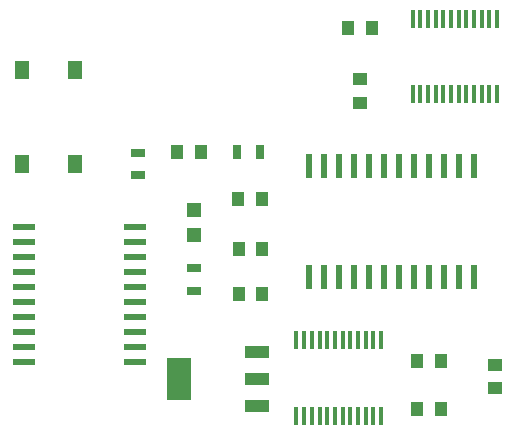
<source format=gtp>
G04 #@! TF.FileFunction,Paste,Top*
%FSLAX46Y46*%
G04 Gerber Fmt 4.6, Leading zero omitted, Abs format (unit mm)*
G04 Created by KiCad (PCBNEW 4.0.1-stable) date Wednesday, August 10, 2016 'PMt' 11:47:18 PM*
%MOMM*%
G01*
G04 APERTURE LIST*
%ADD10C,0.100000*%
%ADD11R,1.950000X0.600000*%
%ADD12R,1.000000X1.250000*%
%ADD13R,1.198880X1.198880*%
%ADD14R,1.300000X0.700000*%
%ADD15R,0.700000X1.300000*%
%ADD16R,2.032000X3.657600*%
%ADD17R,2.032000X1.016000*%
%ADD18R,1.300000X1.550000*%
%ADD19R,0.600000X2.000000*%
%ADD20R,0.400000X1.500000*%
%ADD21R,1.250000X1.000000*%
G04 APERTURE END LIST*
D10*
D11*
X131536458Y-130380810D03*
X131536458Y-131650810D03*
X131536458Y-132920810D03*
X131536458Y-134190810D03*
X131536458Y-135460810D03*
X131536458Y-136730810D03*
X131536458Y-138000810D03*
X131536458Y-139270810D03*
X131536458Y-140540810D03*
X131536458Y-141810810D03*
X140936458Y-141810810D03*
X140936458Y-140540810D03*
X140936458Y-139270810D03*
X140936458Y-138000810D03*
X140936458Y-136730810D03*
X140936458Y-135460810D03*
X140936458Y-134190810D03*
X140936458Y-132920810D03*
X140936458Y-131650810D03*
X140936458Y-130380810D03*
D12*
X146526458Y-124025810D03*
X144526458Y-124025810D03*
X151676458Y-128025810D03*
X149676458Y-128025810D03*
X151716458Y-132225810D03*
X149716458Y-132225810D03*
X149716458Y-136065810D03*
X151716458Y-136065810D03*
D13*
X145966458Y-131023850D03*
X145966458Y-128925810D03*
D14*
X145966458Y-133875810D03*
X145966458Y-135775810D03*
D15*
X151526458Y-124025810D03*
X149626458Y-124025810D03*
D14*
X141200458Y-124093810D03*
X141200458Y-125993810D03*
D16*
X144672458Y-143265810D03*
D17*
X151276458Y-143265810D03*
X151276458Y-140979810D03*
X151276458Y-145551810D03*
D18*
X131366458Y-117093810D03*
X135866458Y-117093810D03*
X135866458Y-125043810D03*
X131366458Y-125043810D03*
D19*
X169672000Y-134620000D03*
X168402000Y-134620000D03*
X167132000Y-134620000D03*
X165862000Y-134620000D03*
X164592000Y-134620000D03*
X163322000Y-134620000D03*
X162052000Y-134620000D03*
X160782000Y-134620000D03*
X159512000Y-134620000D03*
X158242000Y-134620000D03*
X156972000Y-134620000D03*
X155702000Y-134620000D03*
X169672000Y-125220000D03*
X168402000Y-125220000D03*
X167132000Y-125220000D03*
X165862000Y-125220000D03*
X164592000Y-125220000D03*
X163322000Y-125220000D03*
X162052000Y-125220000D03*
X160782000Y-125220000D03*
X159512000Y-125220000D03*
X158242000Y-125220000D03*
X156972000Y-125220000D03*
X155702000Y-125220000D03*
D20*
X161776000Y-146354000D03*
X161126000Y-146354000D03*
X160476000Y-146354000D03*
X159826000Y-146354000D03*
X159176000Y-146354000D03*
X158526000Y-146354000D03*
X157876000Y-146354000D03*
X157226000Y-146354000D03*
X156576000Y-146354000D03*
X155926000Y-146354000D03*
X155276000Y-146354000D03*
X154626000Y-146354000D03*
X161776000Y-139954000D03*
X161126000Y-139954000D03*
X160476000Y-139954000D03*
X159826000Y-139954000D03*
X159176000Y-139954000D03*
X158526000Y-139954000D03*
X157876000Y-139954000D03*
X157226000Y-139954000D03*
X156576000Y-139954000D03*
X155926000Y-139954000D03*
X155276000Y-139954000D03*
X154626000Y-139954000D03*
X164450000Y-112726000D03*
X165100000Y-112726000D03*
X165750000Y-112726000D03*
X166400000Y-112726000D03*
X167050000Y-112726000D03*
X167700000Y-112726000D03*
X168350000Y-112726000D03*
X169000000Y-112726000D03*
X169650000Y-112726000D03*
X170300000Y-112726000D03*
X170950000Y-112726000D03*
X171600000Y-112726000D03*
X164450000Y-119126000D03*
X165100000Y-119126000D03*
X165750000Y-119126000D03*
X166400000Y-119126000D03*
X167050000Y-119126000D03*
X167700000Y-119126000D03*
X168350000Y-119126000D03*
X169000000Y-119126000D03*
X169650000Y-119126000D03*
X170300000Y-119126000D03*
X170950000Y-119126000D03*
X171600000Y-119126000D03*
D21*
X171450000Y-144018000D03*
X171450000Y-142018000D03*
X159996458Y-119872000D03*
X159996458Y-117872000D03*
D12*
X166846000Y-141732000D03*
X164846000Y-141732000D03*
X159020000Y-113538000D03*
X161020000Y-113538000D03*
X166846000Y-145796000D03*
X164846000Y-145796000D03*
M02*

</source>
